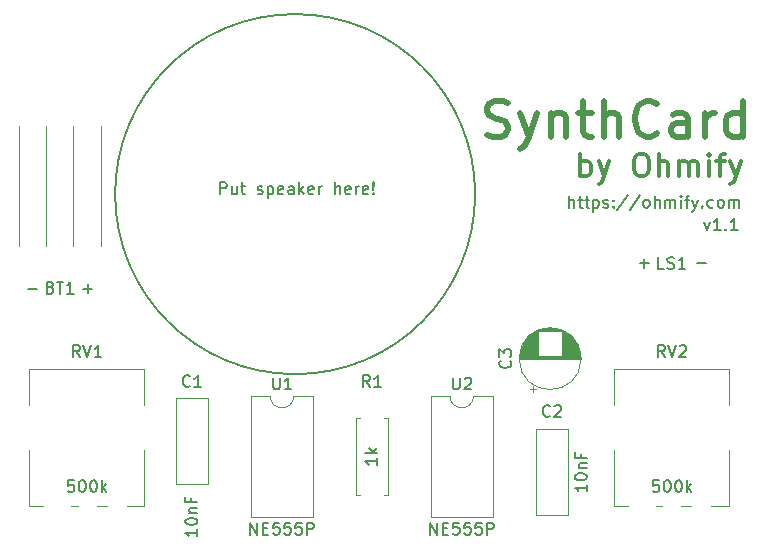
<source format=gbr>
%TF.GenerationSoftware,KiCad,Pcbnew,7.0.10+1*%
%TF.CreationDate,2024-02-10T16:40:48+08:00*%
%TF.ProjectId,ohmify-synthcard,6f686d69-6679-42d7-9379-6e7468636172,v1.1*%
%TF.SameCoordinates,Original*%
%TF.FileFunction,Legend,Top*%
%TF.FilePolarity,Positive*%
%FSLAX46Y46*%
G04 Gerber Fmt 4.6, Leading zero omitted, Abs format (unit mm)*
G04 Created by KiCad (PCBNEW 7.0.10+1) date 2024-02-10 16:40:48*
%MOMM*%
%LPD*%
G01*
G04 APERTURE LIST*
%ADD10C,0.150000*%
%ADD11C,0.304800*%
%ADD12C,0.508000*%
%ADD13C,0.120000*%
G04 APERTURE END LIST*
D10*
X163563541Y-96993152D02*
X163801636Y-97659819D01*
X163801636Y-97659819D02*
X164039731Y-96993152D01*
X164944493Y-97659819D02*
X164373065Y-97659819D01*
X164658779Y-97659819D02*
X164658779Y-96659819D01*
X164658779Y-96659819D02*
X164563541Y-96802676D01*
X164563541Y-96802676D02*
X164468303Y-96897914D01*
X164468303Y-96897914D02*
X164373065Y-96945533D01*
X165373065Y-97564580D02*
X165420684Y-97612200D01*
X165420684Y-97612200D02*
X165373065Y-97659819D01*
X165373065Y-97659819D02*
X165325446Y-97612200D01*
X165325446Y-97612200D02*
X165373065Y-97564580D01*
X165373065Y-97564580D02*
X165373065Y-97659819D01*
X166373064Y-97659819D02*
X165801636Y-97659819D01*
X166087350Y-97659819D02*
X166087350Y-96659819D01*
X166087350Y-96659819D02*
X165992112Y-96802676D01*
X165992112Y-96802676D02*
X165896874Y-96897914D01*
X165896874Y-96897914D02*
X165801636Y-96945533D01*
X144145000Y-94615000D02*
G75*
G03*
X113665000Y-94615000I-15240000J0D01*
G01*
X113665000Y-94615000D02*
G75*
G03*
X144145000Y-94615000I15240000J0D01*
G01*
X122538779Y-94611819D02*
X122538779Y-93611819D01*
X122538779Y-93611819D02*
X122919731Y-93611819D01*
X122919731Y-93611819D02*
X123014969Y-93659438D01*
X123014969Y-93659438D02*
X123062588Y-93707057D01*
X123062588Y-93707057D02*
X123110207Y-93802295D01*
X123110207Y-93802295D02*
X123110207Y-93945152D01*
X123110207Y-93945152D02*
X123062588Y-94040390D01*
X123062588Y-94040390D02*
X123014969Y-94088009D01*
X123014969Y-94088009D02*
X122919731Y-94135628D01*
X122919731Y-94135628D02*
X122538779Y-94135628D01*
X123967350Y-93945152D02*
X123967350Y-94611819D01*
X123538779Y-93945152D02*
X123538779Y-94468961D01*
X123538779Y-94468961D02*
X123586398Y-94564200D01*
X123586398Y-94564200D02*
X123681636Y-94611819D01*
X123681636Y-94611819D02*
X123824493Y-94611819D01*
X123824493Y-94611819D02*
X123919731Y-94564200D01*
X123919731Y-94564200D02*
X123967350Y-94516580D01*
X124300684Y-93945152D02*
X124681636Y-93945152D01*
X124443541Y-93611819D02*
X124443541Y-94468961D01*
X124443541Y-94468961D02*
X124491160Y-94564200D01*
X124491160Y-94564200D02*
X124586398Y-94611819D01*
X124586398Y-94611819D02*
X124681636Y-94611819D01*
X125729256Y-94564200D02*
X125824494Y-94611819D01*
X125824494Y-94611819D02*
X126014970Y-94611819D01*
X126014970Y-94611819D02*
X126110208Y-94564200D01*
X126110208Y-94564200D02*
X126157827Y-94468961D01*
X126157827Y-94468961D02*
X126157827Y-94421342D01*
X126157827Y-94421342D02*
X126110208Y-94326104D01*
X126110208Y-94326104D02*
X126014970Y-94278485D01*
X126014970Y-94278485D02*
X125872113Y-94278485D01*
X125872113Y-94278485D02*
X125776875Y-94230866D01*
X125776875Y-94230866D02*
X125729256Y-94135628D01*
X125729256Y-94135628D02*
X125729256Y-94088009D01*
X125729256Y-94088009D02*
X125776875Y-93992771D01*
X125776875Y-93992771D02*
X125872113Y-93945152D01*
X125872113Y-93945152D02*
X126014970Y-93945152D01*
X126014970Y-93945152D02*
X126110208Y-93992771D01*
X126586399Y-93945152D02*
X126586399Y-94945152D01*
X126586399Y-93992771D02*
X126681637Y-93945152D01*
X126681637Y-93945152D02*
X126872113Y-93945152D01*
X126872113Y-93945152D02*
X126967351Y-93992771D01*
X126967351Y-93992771D02*
X127014970Y-94040390D01*
X127014970Y-94040390D02*
X127062589Y-94135628D01*
X127062589Y-94135628D02*
X127062589Y-94421342D01*
X127062589Y-94421342D02*
X127014970Y-94516580D01*
X127014970Y-94516580D02*
X126967351Y-94564200D01*
X126967351Y-94564200D02*
X126872113Y-94611819D01*
X126872113Y-94611819D02*
X126681637Y-94611819D01*
X126681637Y-94611819D02*
X126586399Y-94564200D01*
X127872113Y-94564200D02*
X127776875Y-94611819D01*
X127776875Y-94611819D02*
X127586399Y-94611819D01*
X127586399Y-94611819D02*
X127491161Y-94564200D01*
X127491161Y-94564200D02*
X127443542Y-94468961D01*
X127443542Y-94468961D02*
X127443542Y-94088009D01*
X127443542Y-94088009D02*
X127491161Y-93992771D01*
X127491161Y-93992771D02*
X127586399Y-93945152D01*
X127586399Y-93945152D02*
X127776875Y-93945152D01*
X127776875Y-93945152D02*
X127872113Y-93992771D01*
X127872113Y-93992771D02*
X127919732Y-94088009D01*
X127919732Y-94088009D02*
X127919732Y-94183247D01*
X127919732Y-94183247D02*
X127443542Y-94278485D01*
X128776875Y-94611819D02*
X128776875Y-94088009D01*
X128776875Y-94088009D02*
X128729256Y-93992771D01*
X128729256Y-93992771D02*
X128634018Y-93945152D01*
X128634018Y-93945152D02*
X128443542Y-93945152D01*
X128443542Y-93945152D02*
X128348304Y-93992771D01*
X128776875Y-94564200D02*
X128681637Y-94611819D01*
X128681637Y-94611819D02*
X128443542Y-94611819D01*
X128443542Y-94611819D02*
X128348304Y-94564200D01*
X128348304Y-94564200D02*
X128300685Y-94468961D01*
X128300685Y-94468961D02*
X128300685Y-94373723D01*
X128300685Y-94373723D02*
X128348304Y-94278485D01*
X128348304Y-94278485D02*
X128443542Y-94230866D01*
X128443542Y-94230866D02*
X128681637Y-94230866D01*
X128681637Y-94230866D02*
X128776875Y-94183247D01*
X129253066Y-94611819D02*
X129253066Y-93611819D01*
X129348304Y-94230866D02*
X129634018Y-94611819D01*
X129634018Y-93945152D02*
X129253066Y-94326104D01*
X130443542Y-94564200D02*
X130348304Y-94611819D01*
X130348304Y-94611819D02*
X130157828Y-94611819D01*
X130157828Y-94611819D02*
X130062590Y-94564200D01*
X130062590Y-94564200D02*
X130014971Y-94468961D01*
X130014971Y-94468961D02*
X130014971Y-94088009D01*
X130014971Y-94088009D02*
X130062590Y-93992771D01*
X130062590Y-93992771D02*
X130157828Y-93945152D01*
X130157828Y-93945152D02*
X130348304Y-93945152D01*
X130348304Y-93945152D02*
X130443542Y-93992771D01*
X130443542Y-93992771D02*
X130491161Y-94088009D01*
X130491161Y-94088009D02*
X130491161Y-94183247D01*
X130491161Y-94183247D02*
X130014971Y-94278485D01*
X130919733Y-94611819D02*
X130919733Y-93945152D01*
X130919733Y-94135628D02*
X130967352Y-94040390D01*
X130967352Y-94040390D02*
X131014971Y-93992771D01*
X131014971Y-93992771D02*
X131110209Y-93945152D01*
X131110209Y-93945152D02*
X131205447Y-93945152D01*
X132300686Y-94611819D02*
X132300686Y-93611819D01*
X132729257Y-94611819D02*
X132729257Y-94088009D01*
X132729257Y-94088009D02*
X132681638Y-93992771D01*
X132681638Y-93992771D02*
X132586400Y-93945152D01*
X132586400Y-93945152D02*
X132443543Y-93945152D01*
X132443543Y-93945152D02*
X132348305Y-93992771D01*
X132348305Y-93992771D02*
X132300686Y-94040390D01*
X133586400Y-94564200D02*
X133491162Y-94611819D01*
X133491162Y-94611819D02*
X133300686Y-94611819D01*
X133300686Y-94611819D02*
X133205448Y-94564200D01*
X133205448Y-94564200D02*
X133157829Y-94468961D01*
X133157829Y-94468961D02*
X133157829Y-94088009D01*
X133157829Y-94088009D02*
X133205448Y-93992771D01*
X133205448Y-93992771D02*
X133300686Y-93945152D01*
X133300686Y-93945152D02*
X133491162Y-93945152D01*
X133491162Y-93945152D02*
X133586400Y-93992771D01*
X133586400Y-93992771D02*
X133634019Y-94088009D01*
X133634019Y-94088009D02*
X133634019Y-94183247D01*
X133634019Y-94183247D02*
X133157829Y-94278485D01*
X134062591Y-94611819D02*
X134062591Y-93945152D01*
X134062591Y-94135628D02*
X134110210Y-94040390D01*
X134110210Y-94040390D02*
X134157829Y-93992771D01*
X134157829Y-93992771D02*
X134253067Y-93945152D01*
X134253067Y-93945152D02*
X134348305Y-93945152D01*
X135062591Y-94564200D02*
X134967353Y-94611819D01*
X134967353Y-94611819D02*
X134776877Y-94611819D01*
X134776877Y-94611819D02*
X134681639Y-94564200D01*
X134681639Y-94564200D02*
X134634020Y-94468961D01*
X134634020Y-94468961D02*
X134634020Y-94088009D01*
X134634020Y-94088009D02*
X134681639Y-93992771D01*
X134681639Y-93992771D02*
X134776877Y-93945152D01*
X134776877Y-93945152D02*
X134967353Y-93945152D01*
X134967353Y-93945152D02*
X135062591Y-93992771D01*
X135062591Y-93992771D02*
X135110210Y-94088009D01*
X135110210Y-94088009D02*
X135110210Y-94183247D01*
X135110210Y-94183247D02*
X134634020Y-94278485D01*
X135538782Y-94516580D02*
X135586401Y-94564200D01*
X135586401Y-94564200D02*
X135538782Y-94611819D01*
X135538782Y-94611819D02*
X135491163Y-94564200D01*
X135491163Y-94564200D02*
X135538782Y-94516580D01*
X135538782Y-94516580D02*
X135538782Y-94611819D01*
X135538782Y-94230866D02*
X135491163Y-93659438D01*
X135491163Y-93659438D02*
X135538782Y-93611819D01*
X135538782Y-93611819D02*
X135586401Y-93659438D01*
X135586401Y-93659438D02*
X135538782Y-94230866D01*
X135538782Y-94230866D02*
X135538782Y-93611819D01*
X158070779Y-100453866D02*
X158832684Y-100453866D01*
X158451731Y-100834819D02*
X158451731Y-100072914D01*
X106282779Y-102612866D02*
X107044684Y-102612866D01*
D11*
X153054097Y-93096014D02*
X153054097Y-91191014D01*
X153054097Y-91916728D02*
X153235526Y-91826014D01*
X153235526Y-91826014D02*
X153598383Y-91826014D01*
X153598383Y-91826014D02*
X153779811Y-91916728D01*
X153779811Y-91916728D02*
X153870526Y-92007442D01*
X153870526Y-92007442D02*
X153961240Y-92188871D01*
X153961240Y-92188871D02*
X153961240Y-92733157D01*
X153961240Y-92733157D02*
X153870526Y-92914585D01*
X153870526Y-92914585D02*
X153779811Y-93005300D01*
X153779811Y-93005300D02*
X153598383Y-93096014D01*
X153598383Y-93096014D02*
X153235526Y-93096014D01*
X153235526Y-93096014D02*
X153054097Y-93005300D01*
X154596239Y-91826014D02*
X155049811Y-93096014D01*
X155503382Y-91826014D02*
X155049811Y-93096014D01*
X155049811Y-93096014D02*
X154868382Y-93549585D01*
X154868382Y-93549585D02*
X154777668Y-93640300D01*
X154777668Y-93640300D02*
X154596239Y-93731014D01*
X158043383Y-91191014D02*
X158406240Y-91191014D01*
X158406240Y-91191014D02*
X158587669Y-91281728D01*
X158587669Y-91281728D02*
X158769097Y-91463157D01*
X158769097Y-91463157D02*
X158859812Y-91826014D01*
X158859812Y-91826014D02*
X158859812Y-92461014D01*
X158859812Y-92461014D02*
X158769097Y-92823871D01*
X158769097Y-92823871D02*
X158587669Y-93005300D01*
X158587669Y-93005300D02*
X158406240Y-93096014D01*
X158406240Y-93096014D02*
X158043383Y-93096014D01*
X158043383Y-93096014D02*
X157861955Y-93005300D01*
X157861955Y-93005300D02*
X157680526Y-92823871D01*
X157680526Y-92823871D02*
X157589812Y-92461014D01*
X157589812Y-92461014D02*
X157589812Y-91826014D01*
X157589812Y-91826014D02*
X157680526Y-91463157D01*
X157680526Y-91463157D02*
X157861955Y-91281728D01*
X157861955Y-91281728D02*
X158043383Y-91191014D01*
X159676240Y-93096014D02*
X159676240Y-91191014D01*
X160492669Y-93096014D02*
X160492669Y-92098157D01*
X160492669Y-92098157D02*
X160401954Y-91916728D01*
X160401954Y-91916728D02*
X160220526Y-91826014D01*
X160220526Y-91826014D02*
X159948383Y-91826014D01*
X159948383Y-91826014D02*
X159766954Y-91916728D01*
X159766954Y-91916728D02*
X159676240Y-92007442D01*
X161399811Y-93096014D02*
X161399811Y-91826014D01*
X161399811Y-92007442D02*
X161490525Y-91916728D01*
X161490525Y-91916728D02*
X161671954Y-91826014D01*
X161671954Y-91826014D02*
X161944097Y-91826014D01*
X161944097Y-91826014D02*
X162125525Y-91916728D01*
X162125525Y-91916728D02*
X162216240Y-92098157D01*
X162216240Y-92098157D02*
X162216240Y-93096014D01*
X162216240Y-92098157D02*
X162306954Y-91916728D01*
X162306954Y-91916728D02*
X162488382Y-91826014D01*
X162488382Y-91826014D02*
X162760525Y-91826014D01*
X162760525Y-91826014D02*
X162941954Y-91916728D01*
X162941954Y-91916728D02*
X163032668Y-92098157D01*
X163032668Y-92098157D02*
X163032668Y-93096014D01*
X163939811Y-93096014D02*
X163939811Y-91826014D01*
X163939811Y-91191014D02*
X163849097Y-91281728D01*
X163849097Y-91281728D02*
X163939811Y-91372442D01*
X163939811Y-91372442D02*
X164030525Y-91281728D01*
X164030525Y-91281728D02*
X163939811Y-91191014D01*
X163939811Y-91191014D02*
X163939811Y-91372442D01*
X164574811Y-91826014D02*
X165300525Y-91826014D01*
X164846954Y-93096014D02*
X164846954Y-91463157D01*
X164846954Y-91463157D02*
X164937668Y-91281728D01*
X164937668Y-91281728D02*
X165119097Y-91191014D01*
X165119097Y-91191014D02*
X165300525Y-91191014D01*
X165754096Y-91826014D02*
X166207668Y-93096014D01*
X166661239Y-91826014D02*
X166207668Y-93096014D01*
X166207668Y-93096014D02*
X166026239Y-93549585D01*
X166026239Y-93549585D02*
X165935525Y-93640300D01*
X165935525Y-93640300D02*
X165754096Y-93731014D01*
D12*
X145186781Y-89625424D02*
X145622210Y-89770566D01*
X145622210Y-89770566D02*
X146347924Y-89770566D01*
X146347924Y-89770566D02*
X146638210Y-89625424D01*
X146638210Y-89625424D02*
X146783352Y-89480281D01*
X146783352Y-89480281D02*
X146928495Y-89189995D01*
X146928495Y-89189995D02*
X146928495Y-88899709D01*
X146928495Y-88899709D02*
X146783352Y-88609424D01*
X146783352Y-88609424D02*
X146638210Y-88464281D01*
X146638210Y-88464281D02*
X146347924Y-88319138D01*
X146347924Y-88319138D02*
X145767352Y-88173995D01*
X145767352Y-88173995D02*
X145477067Y-88028852D01*
X145477067Y-88028852D02*
X145331924Y-87883709D01*
X145331924Y-87883709D02*
X145186781Y-87593424D01*
X145186781Y-87593424D02*
X145186781Y-87303138D01*
X145186781Y-87303138D02*
X145331924Y-87012852D01*
X145331924Y-87012852D02*
X145477067Y-86867709D01*
X145477067Y-86867709D02*
X145767352Y-86722566D01*
X145767352Y-86722566D02*
X146493067Y-86722566D01*
X146493067Y-86722566D02*
X146928495Y-86867709D01*
X147944495Y-87738566D02*
X148670209Y-89770566D01*
X149395924Y-87738566D02*
X148670209Y-89770566D01*
X148670209Y-89770566D02*
X148379924Y-90496281D01*
X148379924Y-90496281D02*
X148234781Y-90641424D01*
X148234781Y-90641424D02*
X147944495Y-90786566D01*
X150557067Y-87738566D02*
X150557067Y-89770566D01*
X150557067Y-88028852D02*
X150702210Y-87883709D01*
X150702210Y-87883709D02*
X150992495Y-87738566D01*
X150992495Y-87738566D02*
X151427924Y-87738566D01*
X151427924Y-87738566D02*
X151718210Y-87883709D01*
X151718210Y-87883709D02*
X151863353Y-88173995D01*
X151863353Y-88173995D02*
X151863353Y-89770566D01*
X152879352Y-87738566D02*
X154040495Y-87738566D01*
X153314781Y-86722566D02*
X153314781Y-89335138D01*
X153314781Y-89335138D02*
X153459924Y-89625424D01*
X153459924Y-89625424D02*
X153750209Y-89770566D01*
X153750209Y-89770566D02*
X154040495Y-89770566D01*
X155056495Y-89770566D02*
X155056495Y-86722566D01*
X156362781Y-89770566D02*
X156362781Y-88173995D01*
X156362781Y-88173995D02*
X156217638Y-87883709D01*
X156217638Y-87883709D02*
X155927352Y-87738566D01*
X155927352Y-87738566D02*
X155491923Y-87738566D01*
X155491923Y-87738566D02*
X155201638Y-87883709D01*
X155201638Y-87883709D02*
X155056495Y-88028852D01*
X159555923Y-89480281D02*
X159410780Y-89625424D01*
X159410780Y-89625424D02*
X158975352Y-89770566D01*
X158975352Y-89770566D02*
X158685066Y-89770566D01*
X158685066Y-89770566D02*
X158249637Y-89625424D01*
X158249637Y-89625424D02*
X157959352Y-89335138D01*
X157959352Y-89335138D02*
X157814209Y-89044852D01*
X157814209Y-89044852D02*
X157669066Y-88464281D01*
X157669066Y-88464281D02*
X157669066Y-88028852D01*
X157669066Y-88028852D02*
X157814209Y-87448281D01*
X157814209Y-87448281D02*
X157959352Y-87157995D01*
X157959352Y-87157995D02*
X158249637Y-86867709D01*
X158249637Y-86867709D02*
X158685066Y-86722566D01*
X158685066Y-86722566D02*
X158975352Y-86722566D01*
X158975352Y-86722566D02*
X159410780Y-86867709D01*
X159410780Y-86867709D02*
X159555923Y-87012852D01*
X162168495Y-89770566D02*
X162168495Y-88173995D01*
X162168495Y-88173995D02*
X162023352Y-87883709D01*
X162023352Y-87883709D02*
X161733066Y-87738566D01*
X161733066Y-87738566D02*
X161152495Y-87738566D01*
X161152495Y-87738566D02*
X160862209Y-87883709D01*
X162168495Y-89625424D02*
X161878209Y-89770566D01*
X161878209Y-89770566D02*
X161152495Y-89770566D01*
X161152495Y-89770566D02*
X160862209Y-89625424D01*
X160862209Y-89625424D02*
X160717066Y-89335138D01*
X160717066Y-89335138D02*
X160717066Y-89044852D01*
X160717066Y-89044852D02*
X160862209Y-88754566D01*
X160862209Y-88754566D02*
X161152495Y-88609424D01*
X161152495Y-88609424D02*
X161878209Y-88609424D01*
X161878209Y-88609424D02*
X162168495Y-88464281D01*
X163619923Y-89770566D02*
X163619923Y-87738566D01*
X163619923Y-88319138D02*
X163765066Y-88028852D01*
X163765066Y-88028852D02*
X163910209Y-87883709D01*
X163910209Y-87883709D02*
X164200494Y-87738566D01*
X164200494Y-87738566D02*
X164490780Y-87738566D01*
X166813066Y-89770566D02*
X166813066Y-86722566D01*
X166813066Y-89625424D02*
X166522780Y-89770566D01*
X166522780Y-89770566D02*
X165942208Y-89770566D01*
X165942208Y-89770566D02*
X165651923Y-89625424D01*
X165651923Y-89625424D02*
X165506780Y-89480281D01*
X165506780Y-89480281D02*
X165361637Y-89189995D01*
X165361637Y-89189995D02*
X165361637Y-88319138D01*
X165361637Y-88319138D02*
X165506780Y-88028852D01*
X165506780Y-88028852D02*
X165651923Y-87883709D01*
X165651923Y-87883709D02*
X165942208Y-87738566D01*
X165942208Y-87738566D02*
X166522780Y-87738566D01*
X166522780Y-87738566D02*
X166813066Y-87883709D01*
D10*
X162896779Y-100453866D02*
X163658684Y-100453866D01*
X110981779Y-102612866D02*
X111743684Y-102612866D01*
X111362731Y-102993819D02*
X111362731Y-102231914D01*
X152101779Y-95754819D02*
X152101779Y-94754819D01*
X152530350Y-95754819D02*
X152530350Y-95231009D01*
X152530350Y-95231009D02*
X152482731Y-95135771D01*
X152482731Y-95135771D02*
X152387493Y-95088152D01*
X152387493Y-95088152D02*
X152244636Y-95088152D01*
X152244636Y-95088152D02*
X152149398Y-95135771D01*
X152149398Y-95135771D02*
X152101779Y-95183390D01*
X152863684Y-95088152D02*
X153244636Y-95088152D01*
X153006541Y-94754819D02*
X153006541Y-95611961D01*
X153006541Y-95611961D02*
X153054160Y-95707200D01*
X153054160Y-95707200D02*
X153149398Y-95754819D01*
X153149398Y-95754819D02*
X153244636Y-95754819D01*
X153435113Y-95088152D02*
X153816065Y-95088152D01*
X153577970Y-94754819D02*
X153577970Y-95611961D01*
X153577970Y-95611961D02*
X153625589Y-95707200D01*
X153625589Y-95707200D02*
X153720827Y-95754819D01*
X153720827Y-95754819D02*
X153816065Y-95754819D01*
X154149399Y-95088152D02*
X154149399Y-96088152D01*
X154149399Y-95135771D02*
X154244637Y-95088152D01*
X154244637Y-95088152D02*
X154435113Y-95088152D01*
X154435113Y-95088152D02*
X154530351Y-95135771D01*
X154530351Y-95135771D02*
X154577970Y-95183390D01*
X154577970Y-95183390D02*
X154625589Y-95278628D01*
X154625589Y-95278628D02*
X154625589Y-95564342D01*
X154625589Y-95564342D02*
X154577970Y-95659580D01*
X154577970Y-95659580D02*
X154530351Y-95707200D01*
X154530351Y-95707200D02*
X154435113Y-95754819D01*
X154435113Y-95754819D02*
X154244637Y-95754819D01*
X154244637Y-95754819D02*
X154149399Y-95707200D01*
X155006542Y-95707200D02*
X155101780Y-95754819D01*
X155101780Y-95754819D02*
X155292256Y-95754819D01*
X155292256Y-95754819D02*
X155387494Y-95707200D01*
X155387494Y-95707200D02*
X155435113Y-95611961D01*
X155435113Y-95611961D02*
X155435113Y-95564342D01*
X155435113Y-95564342D02*
X155387494Y-95469104D01*
X155387494Y-95469104D02*
X155292256Y-95421485D01*
X155292256Y-95421485D02*
X155149399Y-95421485D01*
X155149399Y-95421485D02*
X155054161Y-95373866D01*
X155054161Y-95373866D02*
X155006542Y-95278628D01*
X155006542Y-95278628D02*
X155006542Y-95231009D01*
X155006542Y-95231009D02*
X155054161Y-95135771D01*
X155054161Y-95135771D02*
X155149399Y-95088152D01*
X155149399Y-95088152D02*
X155292256Y-95088152D01*
X155292256Y-95088152D02*
X155387494Y-95135771D01*
X155863685Y-95659580D02*
X155911304Y-95707200D01*
X155911304Y-95707200D02*
X155863685Y-95754819D01*
X155863685Y-95754819D02*
X155816066Y-95707200D01*
X155816066Y-95707200D02*
X155863685Y-95659580D01*
X155863685Y-95659580D02*
X155863685Y-95754819D01*
X155863685Y-95135771D02*
X155911304Y-95183390D01*
X155911304Y-95183390D02*
X155863685Y-95231009D01*
X155863685Y-95231009D02*
X155816066Y-95183390D01*
X155816066Y-95183390D02*
X155863685Y-95135771D01*
X155863685Y-95135771D02*
X155863685Y-95231009D01*
X157054160Y-94707200D02*
X156197018Y-95992914D01*
X158101779Y-94707200D02*
X157244637Y-95992914D01*
X158577970Y-95754819D02*
X158482732Y-95707200D01*
X158482732Y-95707200D02*
X158435113Y-95659580D01*
X158435113Y-95659580D02*
X158387494Y-95564342D01*
X158387494Y-95564342D02*
X158387494Y-95278628D01*
X158387494Y-95278628D02*
X158435113Y-95183390D01*
X158435113Y-95183390D02*
X158482732Y-95135771D01*
X158482732Y-95135771D02*
X158577970Y-95088152D01*
X158577970Y-95088152D02*
X158720827Y-95088152D01*
X158720827Y-95088152D02*
X158816065Y-95135771D01*
X158816065Y-95135771D02*
X158863684Y-95183390D01*
X158863684Y-95183390D02*
X158911303Y-95278628D01*
X158911303Y-95278628D02*
X158911303Y-95564342D01*
X158911303Y-95564342D02*
X158863684Y-95659580D01*
X158863684Y-95659580D02*
X158816065Y-95707200D01*
X158816065Y-95707200D02*
X158720827Y-95754819D01*
X158720827Y-95754819D02*
X158577970Y-95754819D01*
X159339875Y-95754819D02*
X159339875Y-94754819D01*
X159768446Y-95754819D02*
X159768446Y-95231009D01*
X159768446Y-95231009D02*
X159720827Y-95135771D01*
X159720827Y-95135771D02*
X159625589Y-95088152D01*
X159625589Y-95088152D02*
X159482732Y-95088152D01*
X159482732Y-95088152D02*
X159387494Y-95135771D01*
X159387494Y-95135771D02*
X159339875Y-95183390D01*
X160244637Y-95754819D02*
X160244637Y-95088152D01*
X160244637Y-95183390D02*
X160292256Y-95135771D01*
X160292256Y-95135771D02*
X160387494Y-95088152D01*
X160387494Y-95088152D02*
X160530351Y-95088152D01*
X160530351Y-95088152D02*
X160625589Y-95135771D01*
X160625589Y-95135771D02*
X160673208Y-95231009D01*
X160673208Y-95231009D02*
X160673208Y-95754819D01*
X160673208Y-95231009D02*
X160720827Y-95135771D01*
X160720827Y-95135771D02*
X160816065Y-95088152D01*
X160816065Y-95088152D02*
X160958922Y-95088152D01*
X160958922Y-95088152D02*
X161054161Y-95135771D01*
X161054161Y-95135771D02*
X161101780Y-95231009D01*
X161101780Y-95231009D02*
X161101780Y-95754819D01*
X161577970Y-95754819D02*
X161577970Y-95088152D01*
X161577970Y-94754819D02*
X161530351Y-94802438D01*
X161530351Y-94802438D02*
X161577970Y-94850057D01*
X161577970Y-94850057D02*
X161625589Y-94802438D01*
X161625589Y-94802438D02*
X161577970Y-94754819D01*
X161577970Y-94754819D02*
X161577970Y-94850057D01*
X161911303Y-95088152D02*
X162292255Y-95088152D01*
X162054160Y-95754819D02*
X162054160Y-94897676D01*
X162054160Y-94897676D02*
X162101779Y-94802438D01*
X162101779Y-94802438D02*
X162197017Y-94754819D01*
X162197017Y-94754819D02*
X162292255Y-94754819D01*
X162530351Y-95088152D02*
X162768446Y-95754819D01*
X163006541Y-95088152D02*
X162768446Y-95754819D01*
X162768446Y-95754819D02*
X162673208Y-95992914D01*
X162673208Y-95992914D02*
X162625589Y-96040533D01*
X162625589Y-96040533D02*
X162530351Y-96088152D01*
X163387494Y-95659580D02*
X163435113Y-95707200D01*
X163435113Y-95707200D02*
X163387494Y-95754819D01*
X163387494Y-95754819D02*
X163339875Y-95707200D01*
X163339875Y-95707200D02*
X163387494Y-95659580D01*
X163387494Y-95659580D02*
X163387494Y-95754819D01*
X164292255Y-95707200D02*
X164197017Y-95754819D01*
X164197017Y-95754819D02*
X164006541Y-95754819D01*
X164006541Y-95754819D02*
X163911303Y-95707200D01*
X163911303Y-95707200D02*
X163863684Y-95659580D01*
X163863684Y-95659580D02*
X163816065Y-95564342D01*
X163816065Y-95564342D02*
X163816065Y-95278628D01*
X163816065Y-95278628D02*
X163863684Y-95183390D01*
X163863684Y-95183390D02*
X163911303Y-95135771D01*
X163911303Y-95135771D02*
X164006541Y-95088152D01*
X164006541Y-95088152D02*
X164197017Y-95088152D01*
X164197017Y-95088152D02*
X164292255Y-95135771D01*
X164863684Y-95754819D02*
X164768446Y-95707200D01*
X164768446Y-95707200D02*
X164720827Y-95659580D01*
X164720827Y-95659580D02*
X164673208Y-95564342D01*
X164673208Y-95564342D02*
X164673208Y-95278628D01*
X164673208Y-95278628D02*
X164720827Y-95183390D01*
X164720827Y-95183390D02*
X164768446Y-95135771D01*
X164768446Y-95135771D02*
X164863684Y-95088152D01*
X164863684Y-95088152D02*
X165006541Y-95088152D01*
X165006541Y-95088152D02*
X165101779Y-95135771D01*
X165101779Y-95135771D02*
X165149398Y-95183390D01*
X165149398Y-95183390D02*
X165197017Y-95278628D01*
X165197017Y-95278628D02*
X165197017Y-95564342D01*
X165197017Y-95564342D02*
X165149398Y-95659580D01*
X165149398Y-95659580D02*
X165101779Y-95707200D01*
X165101779Y-95707200D02*
X165006541Y-95754819D01*
X165006541Y-95754819D02*
X164863684Y-95754819D01*
X165625589Y-95754819D02*
X165625589Y-95088152D01*
X165625589Y-95183390D02*
X165673208Y-95135771D01*
X165673208Y-95135771D02*
X165768446Y-95088152D01*
X165768446Y-95088152D02*
X165911303Y-95088152D01*
X165911303Y-95088152D02*
X166006541Y-95135771D01*
X166006541Y-95135771D02*
X166054160Y-95231009D01*
X166054160Y-95231009D02*
X166054160Y-95754819D01*
X166054160Y-95231009D02*
X166101779Y-95135771D01*
X166101779Y-95135771D02*
X166197017Y-95088152D01*
X166197017Y-95088152D02*
X166339874Y-95088152D01*
X166339874Y-95088152D02*
X166435113Y-95135771D01*
X166435113Y-95135771D02*
X166482732Y-95231009D01*
X166482732Y-95231009D02*
X166482732Y-95754819D01*
X135233333Y-110944819D02*
X134900000Y-110468628D01*
X134661905Y-110944819D02*
X134661905Y-109944819D01*
X134661905Y-109944819D02*
X135042857Y-109944819D01*
X135042857Y-109944819D02*
X135138095Y-109992438D01*
X135138095Y-109992438D02*
X135185714Y-110040057D01*
X135185714Y-110040057D02*
X135233333Y-110135295D01*
X135233333Y-110135295D02*
X135233333Y-110278152D01*
X135233333Y-110278152D02*
X135185714Y-110373390D01*
X135185714Y-110373390D02*
X135138095Y-110421009D01*
X135138095Y-110421009D02*
X135042857Y-110468628D01*
X135042857Y-110468628D02*
X134661905Y-110468628D01*
X136185714Y-110944819D02*
X135614286Y-110944819D01*
X135900000Y-110944819D02*
X135900000Y-109944819D01*
X135900000Y-109944819D02*
X135804762Y-110087676D01*
X135804762Y-110087676D02*
X135709524Y-110182914D01*
X135709524Y-110182914D02*
X135614286Y-110230533D01*
X135854819Y-116959047D02*
X135854819Y-117530475D01*
X135854819Y-117244761D02*
X134854819Y-117244761D01*
X134854819Y-117244761D02*
X134997676Y-117339999D01*
X134997676Y-117339999D02*
X135092914Y-117435237D01*
X135092914Y-117435237D02*
X135140533Y-117530475D01*
X135854819Y-116530475D02*
X134854819Y-116530475D01*
X135473866Y-116435237D02*
X135854819Y-116149523D01*
X135188152Y-116149523D02*
X135569104Y-116530475D01*
X150473333Y-113389580D02*
X150425714Y-113437200D01*
X150425714Y-113437200D02*
X150282857Y-113484819D01*
X150282857Y-113484819D02*
X150187619Y-113484819D01*
X150187619Y-113484819D02*
X150044762Y-113437200D01*
X150044762Y-113437200D02*
X149949524Y-113341961D01*
X149949524Y-113341961D02*
X149901905Y-113246723D01*
X149901905Y-113246723D02*
X149854286Y-113056247D01*
X149854286Y-113056247D02*
X149854286Y-112913390D01*
X149854286Y-112913390D02*
X149901905Y-112722914D01*
X149901905Y-112722914D02*
X149949524Y-112627676D01*
X149949524Y-112627676D02*
X150044762Y-112532438D01*
X150044762Y-112532438D02*
X150187619Y-112484819D01*
X150187619Y-112484819D02*
X150282857Y-112484819D01*
X150282857Y-112484819D02*
X150425714Y-112532438D01*
X150425714Y-112532438D02*
X150473333Y-112580057D01*
X150854286Y-112580057D02*
X150901905Y-112532438D01*
X150901905Y-112532438D02*
X150997143Y-112484819D01*
X150997143Y-112484819D02*
X151235238Y-112484819D01*
X151235238Y-112484819D02*
X151330476Y-112532438D01*
X151330476Y-112532438D02*
X151378095Y-112580057D01*
X151378095Y-112580057D02*
X151425714Y-112675295D01*
X151425714Y-112675295D02*
X151425714Y-112770533D01*
X151425714Y-112770533D02*
X151378095Y-112913390D01*
X151378095Y-112913390D02*
X150806667Y-113484819D01*
X150806667Y-113484819D02*
X151425714Y-113484819D01*
X153594819Y-119221428D02*
X153594819Y-119792856D01*
X153594819Y-119507142D02*
X152594819Y-119507142D01*
X152594819Y-119507142D02*
X152737676Y-119602380D01*
X152737676Y-119602380D02*
X152832914Y-119697618D01*
X152832914Y-119697618D02*
X152880533Y-119792856D01*
X152594819Y-118602380D02*
X152594819Y-118507142D01*
X152594819Y-118507142D02*
X152642438Y-118411904D01*
X152642438Y-118411904D02*
X152690057Y-118364285D01*
X152690057Y-118364285D02*
X152785295Y-118316666D01*
X152785295Y-118316666D02*
X152975771Y-118269047D01*
X152975771Y-118269047D02*
X153213866Y-118269047D01*
X153213866Y-118269047D02*
X153404342Y-118316666D01*
X153404342Y-118316666D02*
X153499580Y-118364285D01*
X153499580Y-118364285D02*
X153547200Y-118411904D01*
X153547200Y-118411904D02*
X153594819Y-118507142D01*
X153594819Y-118507142D02*
X153594819Y-118602380D01*
X153594819Y-118602380D02*
X153547200Y-118697618D01*
X153547200Y-118697618D02*
X153499580Y-118745237D01*
X153499580Y-118745237D02*
X153404342Y-118792856D01*
X153404342Y-118792856D02*
X153213866Y-118840475D01*
X153213866Y-118840475D02*
X152975771Y-118840475D01*
X152975771Y-118840475D02*
X152785295Y-118792856D01*
X152785295Y-118792856D02*
X152690057Y-118745237D01*
X152690057Y-118745237D02*
X152642438Y-118697618D01*
X152642438Y-118697618D02*
X152594819Y-118602380D01*
X152928152Y-117840475D02*
X153594819Y-117840475D01*
X153023390Y-117840475D02*
X152975771Y-117792856D01*
X152975771Y-117792856D02*
X152928152Y-117697618D01*
X152928152Y-117697618D02*
X152928152Y-117554761D01*
X152928152Y-117554761D02*
X152975771Y-117459523D01*
X152975771Y-117459523D02*
X153071009Y-117411904D01*
X153071009Y-117411904D02*
X153594819Y-117411904D01*
X153071009Y-116602380D02*
X153071009Y-116935713D01*
X153594819Y-116935713D02*
X152594819Y-116935713D01*
X152594819Y-116935713D02*
X152594819Y-116459523D01*
X147104580Y-108706779D02*
X147152200Y-108754398D01*
X147152200Y-108754398D02*
X147199819Y-108897255D01*
X147199819Y-108897255D02*
X147199819Y-108992493D01*
X147199819Y-108992493D02*
X147152200Y-109135350D01*
X147152200Y-109135350D02*
X147056961Y-109230588D01*
X147056961Y-109230588D02*
X146961723Y-109278207D01*
X146961723Y-109278207D02*
X146771247Y-109325826D01*
X146771247Y-109325826D02*
X146628390Y-109325826D01*
X146628390Y-109325826D02*
X146437914Y-109278207D01*
X146437914Y-109278207D02*
X146342676Y-109230588D01*
X146342676Y-109230588D02*
X146247438Y-109135350D01*
X146247438Y-109135350D02*
X146199819Y-108992493D01*
X146199819Y-108992493D02*
X146199819Y-108897255D01*
X146199819Y-108897255D02*
X146247438Y-108754398D01*
X146247438Y-108754398D02*
X146295057Y-108706779D01*
X146199819Y-108373445D02*
X146199819Y-107754398D01*
X146199819Y-107754398D02*
X146580771Y-108087731D01*
X146580771Y-108087731D02*
X146580771Y-107944874D01*
X146580771Y-107944874D02*
X146628390Y-107849636D01*
X146628390Y-107849636D02*
X146676009Y-107802017D01*
X146676009Y-107802017D02*
X146771247Y-107754398D01*
X146771247Y-107754398D02*
X147009342Y-107754398D01*
X147009342Y-107754398D02*
X147104580Y-107802017D01*
X147104580Y-107802017D02*
X147152200Y-107849636D01*
X147152200Y-107849636D02*
X147199819Y-107944874D01*
X147199819Y-107944874D02*
X147199819Y-108230588D01*
X147199819Y-108230588D02*
X147152200Y-108325826D01*
X147152200Y-108325826D02*
X147104580Y-108373445D01*
X119993333Y-110849580D02*
X119945714Y-110897200D01*
X119945714Y-110897200D02*
X119802857Y-110944819D01*
X119802857Y-110944819D02*
X119707619Y-110944819D01*
X119707619Y-110944819D02*
X119564762Y-110897200D01*
X119564762Y-110897200D02*
X119469524Y-110801961D01*
X119469524Y-110801961D02*
X119421905Y-110706723D01*
X119421905Y-110706723D02*
X119374286Y-110516247D01*
X119374286Y-110516247D02*
X119374286Y-110373390D01*
X119374286Y-110373390D02*
X119421905Y-110182914D01*
X119421905Y-110182914D02*
X119469524Y-110087676D01*
X119469524Y-110087676D02*
X119564762Y-109992438D01*
X119564762Y-109992438D02*
X119707619Y-109944819D01*
X119707619Y-109944819D02*
X119802857Y-109944819D01*
X119802857Y-109944819D02*
X119945714Y-109992438D01*
X119945714Y-109992438D02*
X119993333Y-110040057D01*
X120945714Y-110944819D02*
X120374286Y-110944819D01*
X120660000Y-110944819D02*
X120660000Y-109944819D01*
X120660000Y-109944819D02*
X120564762Y-110087676D01*
X120564762Y-110087676D02*
X120469524Y-110182914D01*
X120469524Y-110182914D02*
X120374286Y-110230533D01*
X120614819Y-122991428D02*
X120614819Y-123562856D01*
X120614819Y-123277142D02*
X119614819Y-123277142D01*
X119614819Y-123277142D02*
X119757676Y-123372380D01*
X119757676Y-123372380D02*
X119852914Y-123467618D01*
X119852914Y-123467618D02*
X119900533Y-123562856D01*
X119614819Y-122372380D02*
X119614819Y-122277142D01*
X119614819Y-122277142D02*
X119662438Y-122181904D01*
X119662438Y-122181904D02*
X119710057Y-122134285D01*
X119710057Y-122134285D02*
X119805295Y-122086666D01*
X119805295Y-122086666D02*
X119995771Y-122039047D01*
X119995771Y-122039047D02*
X120233866Y-122039047D01*
X120233866Y-122039047D02*
X120424342Y-122086666D01*
X120424342Y-122086666D02*
X120519580Y-122134285D01*
X120519580Y-122134285D02*
X120567200Y-122181904D01*
X120567200Y-122181904D02*
X120614819Y-122277142D01*
X120614819Y-122277142D02*
X120614819Y-122372380D01*
X120614819Y-122372380D02*
X120567200Y-122467618D01*
X120567200Y-122467618D02*
X120519580Y-122515237D01*
X120519580Y-122515237D02*
X120424342Y-122562856D01*
X120424342Y-122562856D02*
X120233866Y-122610475D01*
X120233866Y-122610475D02*
X119995771Y-122610475D01*
X119995771Y-122610475D02*
X119805295Y-122562856D01*
X119805295Y-122562856D02*
X119710057Y-122515237D01*
X119710057Y-122515237D02*
X119662438Y-122467618D01*
X119662438Y-122467618D02*
X119614819Y-122372380D01*
X119948152Y-121610475D02*
X120614819Y-121610475D01*
X120043390Y-121610475D02*
X119995771Y-121562856D01*
X119995771Y-121562856D02*
X119948152Y-121467618D01*
X119948152Y-121467618D02*
X119948152Y-121324761D01*
X119948152Y-121324761D02*
X119995771Y-121229523D01*
X119995771Y-121229523D02*
X120091009Y-121181904D01*
X120091009Y-121181904D02*
X120614819Y-121181904D01*
X120091009Y-120372380D02*
X120091009Y-120705713D01*
X120614819Y-120705713D02*
X119614819Y-120705713D01*
X119614819Y-120705713D02*
X119614819Y-120229523D01*
X110684761Y-108404819D02*
X110351428Y-107928628D01*
X110113333Y-108404819D02*
X110113333Y-107404819D01*
X110113333Y-107404819D02*
X110494285Y-107404819D01*
X110494285Y-107404819D02*
X110589523Y-107452438D01*
X110589523Y-107452438D02*
X110637142Y-107500057D01*
X110637142Y-107500057D02*
X110684761Y-107595295D01*
X110684761Y-107595295D02*
X110684761Y-107738152D01*
X110684761Y-107738152D02*
X110637142Y-107833390D01*
X110637142Y-107833390D02*
X110589523Y-107881009D01*
X110589523Y-107881009D02*
X110494285Y-107928628D01*
X110494285Y-107928628D02*
X110113333Y-107928628D01*
X110970476Y-107404819D02*
X111303809Y-108404819D01*
X111303809Y-108404819D02*
X111637142Y-107404819D01*
X112494285Y-108404819D02*
X111922857Y-108404819D01*
X112208571Y-108404819D02*
X112208571Y-107404819D01*
X112208571Y-107404819D02*
X112113333Y-107547676D01*
X112113333Y-107547676D02*
X112018095Y-107642914D01*
X112018095Y-107642914D02*
X111922857Y-107690533D01*
X110160952Y-118834819D02*
X109684762Y-118834819D01*
X109684762Y-118834819D02*
X109637143Y-119311009D01*
X109637143Y-119311009D02*
X109684762Y-119263390D01*
X109684762Y-119263390D02*
X109780000Y-119215771D01*
X109780000Y-119215771D02*
X110018095Y-119215771D01*
X110018095Y-119215771D02*
X110113333Y-119263390D01*
X110113333Y-119263390D02*
X110160952Y-119311009D01*
X110160952Y-119311009D02*
X110208571Y-119406247D01*
X110208571Y-119406247D02*
X110208571Y-119644342D01*
X110208571Y-119644342D02*
X110160952Y-119739580D01*
X110160952Y-119739580D02*
X110113333Y-119787200D01*
X110113333Y-119787200D02*
X110018095Y-119834819D01*
X110018095Y-119834819D02*
X109780000Y-119834819D01*
X109780000Y-119834819D02*
X109684762Y-119787200D01*
X109684762Y-119787200D02*
X109637143Y-119739580D01*
X110827619Y-118834819D02*
X110922857Y-118834819D01*
X110922857Y-118834819D02*
X111018095Y-118882438D01*
X111018095Y-118882438D02*
X111065714Y-118930057D01*
X111065714Y-118930057D02*
X111113333Y-119025295D01*
X111113333Y-119025295D02*
X111160952Y-119215771D01*
X111160952Y-119215771D02*
X111160952Y-119453866D01*
X111160952Y-119453866D02*
X111113333Y-119644342D01*
X111113333Y-119644342D02*
X111065714Y-119739580D01*
X111065714Y-119739580D02*
X111018095Y-119787200D01*
X111018095Y-119787200D02*
X110922857Y-119834819D01*
X110922857Y-119834819D02*
X110827619Y-119834819D01*
X110827619Y-119834819D02*
X110732381Y-119787200D01*
X110732381Y-119787200D02*
X110684762Y-119739580D01*
X110684762Y-119739580D02*
X110637143Y-119644342D01*
X110637143Y-119644342D02*
X110589524Y-119453866D01*
X110589524Y-119453866D02*
X110589524Y-119215771D01*
X110589524Y-119215771D02*
X110637143Y-119025295D01*
X110637143Y-119025295D02*
X110684762Y-118930057D01*
X110684762Y-118930057D02*
X110732381Y-118882438D01*
X110732381Y-118882438D02*
X110827619Y-118834819D01*
X111780000Y-118834819D02*
X111875238Y-118834819D01*
X111875238Y-118834819D02*
X111970476Y-118882438D01*
X111970476Y-118882438D02*
X112018095Y-118930057D01*
X112018095Y-118930057D02*
X112065714Y-119025295D01*
X112065714Y-119025295D02*
X112113333Y-119215771D01*
X112113333Y-119215771D02*
X112113333Y-119453866D01*
X112113333Y-119453866D02*
X112065714Y-119644342D01*
X112065714Y-119644342D02*
X112018095Y-119739580D01*
X112018095Y-119739580D02*
X111970476Y-119787200D01*
X111970476Y-119787200D02*
X111875238Y-119834819D01*
X111875238Y-119834819D02*
X111780000Y-119834819D01*
X111780000Y-119834819D02*
X111684762Y-119787200D01*
X111684762Y-119787200D02*
X111637143Y-119739580D01*
X111637143Y-119739580D02*
X111589524Y-119644342D01*
X111589524Y-119644342D02*
X111541905Y-119453866D01*
X111541905Y-119453866D02*
X111541905Y-119215771D01*
X111541905Y-119215771D02*
X111589524Y-119025295D01*
X111589524Y-119025295D02*
X111637143Y-118930057D01*
X111637143Y-118930057D02*
X111684762Y-118882438D01*
X111684762Y-118882438D02*
X111780000Y-118834819D01*
X112541905Y-119834819D02*
X112541905Y-118834819D01*
X112637143Y-119453866D02*
X112922857Y-119834819D01*
X112922857Y-119168152D02*
X112541905Y-119549104D01*
X127028095Y-110154819D02*
X127028095Y-110964342D01*
X127028095Y-110964342D02*
X127075714Y-111059580D01*
X127075714Y-111059580D02*
X127123333Y-111107200D01*
X127123333Y-111107200D02*
X127218571Y-111154819D01*
X127218571Y-111154819D02*
X127409047Y-111154819D01*
X127409047Y-111154819D02*
X127504285Y-111107200D01*
X127504285Y-111107200D02*
X127551904Y-111059580D01*
X127551904Y-111059580D02*
X127599523Y-110964342D01*
X127599523Y-110964342D02*
X127599523Y-110154819D01*
X128599523Y-111154819D02*
X128028095Y-111154819D01*
X128313809Y-111154819D02*
X128313809Y-110154819D01*
X128313809Y-110154819D02*
X128218571Y-110297676D01*
X128218571Y-110297676D02*
X128123333Y-110392914D01*
X128123333Y-110392914D02*
X128028095Y-110440533D01*
X125123333Y-123434819D02*
X125123333Y-122434819D01*
X125123333Y-122434819D02*
X125694761Y-123434819D01*
X125694761Y-123434819D02*
X125694761Y-122434819D01*
X126170952Y-122911009D02*
X126504285Y-122911009D01*
X126647142Y-123434819D02*
X126170952Y-123434819D01*
X126170952Y-123434819D02*
X126170952Y-122434819D01*
X126170952Y-122434819D02*
X126647142Y-122434819D01*
X127551904Y-122434819D02*
X127075714Y-122434819D01*
X127075714Y-122434819D02*
X127028095Y-122911009D01*
X127028095Y-122911009D02*
X127075714Y-122863390D01*
X127075714Y-122863390D02*
X127170952Y-122815771D01*
X127170952Y-122815771D02*
X127409047Y-122815771D01*
X127409047Y-122815771D02*
X127504285Y-122863390D01*
X127504285Y-122863390D02*
X127551904Y-122911009D01*
X127551904Y-122911009D02*
X127599523Y-123006247D01*
X127599523Y-123006247D02*
X127599523Y-123244342D01*
X127599523Y-123244342D02*
X127551904Y-123339580D01*
X127551904Y-123339580D02*
X127504285Y-123387200D01*
X127504285Y-123387200D02*
X127409047Y-123434819D01*
X127409047Y-123434819D02*
X127170952Y-123434819D01*
X127170952Y-123434819D02*
X127075714Y-123387200D01*
X127075714Y-123387200D02*
X127028095Y-123339580D01*
X128504285Y-122434819D02*
X128028095Y-122434819D01*
X128028095Y-122434819D02*
X127980476Y-122911009D01*
X127980476Y-122911009D02*
X128028095Y-122863390D01*
X128028095Y-122863390D02*
X128123333Y-122815771D01*
X128123333Y-122815771D02*
X128361428Y-122815771D01*
X128361428Y-122815771D02*
X128456666Y-122863390D01*
X128456666Y-122863390D02*
X128504285Y-122911009D01*
X128504285Y-122911009D02*
X128551904Y-123006247D01*
X128551904Y-123006247D02*
X128551904Y-123244342D01*
X128551904Y-123244342D02*
X128504285Y-123339580D01*
X128504285Y-123339580D02*
X128456666Y-123387200D01*
X128456666Y-123387200D02*
X128361428Y-123434819D01*
X128361428Y-123434819D02*
X128123333Y-123434819D01*
X128123333Y-123434819D02*
X128028095Y-123387200D01*
X128028095Y-123387200D02*
X127980476Y-123339580D01*
X129456666Y-122434819D02*
X128980476Y-122434819D01*
X128980476Y-122434819D02*
X128932857Y-122911009D01*
X128932857Y-122911009D02*
X128980476Y-122863390D01*
X128980476Y-122863390D02*
X129075714Y-122815771D01*
X129075714Y-122815771D02*
X129313809Y-122815771D01*
X129313809Y-122815771D02*
X129409047Y-122863390D01*
X129409047Y-122863390D02*
X129456666Y-122911009D01*
X129456666Y-122911009D02*
X129504285Y-123006247D01*
X129504285Y-123006247D02*
X129504285Y-123244342D01*
X129504285Y-123244342D02*
X129456666Y-123339580D01*
X129456666Y-123339580D02*
X129409047Y-123387200D01*
X129409047Y-123387200D02*
X129313809Y-123434819D01*
X129313809Y-123434819D02*
X129075714Y-123434819D01*
X129075714Y-123434819D02*
X128980476Y-123387200D01*
X128980476Y-123387200D02*
X128932857Y-123339580D01*
X129932857Y-123434819D02*
X129932857Y-122434819D01*
X129932857Y-122434819D02*
X130313809Y-122434819D01*
X130313809Y-122434819D02*
X130409047Y-122482438D01*
X130409047Y-122482438D02*
X130456666Y-122530057D01*
X130456666Y-122530057D02*
X130504285Y-122625295D01*
X130504285Y-122625295D02*
X130504285Y-122768152D01*
X130504285Y-122768152D02*
X130456666Y-122863390D01*
X130456666Y-122863390D02*
X130409047Y-122911009D01*
X130409047Y-122911009D02*
X130313809Y-122958628D01*
X130313809Y-122958628D02*
X129932857Y-122958628D01*
X160139142Y-100947819D02*
X159662952Y-100947819D01*
X159662952Y-100947819D02*
X159662952Y-99947819D01*
X160424857Y-100900200D02*
X160567714Y-100947819D01*
X160567714Y-100947819D02*
X160805809Y-100947819D01*
X160805809Y-100947819D02*
X160901047Y-100900200D01*
X160901047Y-100900200D02*
X160948666Y-100852580D01*
X160948666Y-100852580D02*
X160996285Y-100757342D01*
X160996285Y-100757342D02*
X160996285Y-100662104D01*
X160996285Y-100662104D02*
X160948666Y-100566866D01*
X160948666Y-100566866D02*
X160901047Y-100519247D01*
X160901047Y-100519247D02*
X160805809Y-100471628D01*
X160805809Y-100471628D02*
X160615333Y-100424009D01*
X160615333Y-100424009D02*
X160520095Y-100376390D01*
X160520095Y-100376390D02*
X160472476Y-100328771D01*
X160472476Y-100328771D02*
X160424857Y-100233533D01*
X160424857Y-100233533D02*
X160424857Y-100138295D01*
X160424857Y-100138295D02*
X160472476Y-100043057D01*
X160472476Y-100043057D02*
X160520095Y-99995438D01*
X160520095Y-99995438D02*
X160615333Y-99947819D01*
X160615333Y-99947819D02*
X160853428Y-99947819D01*
X160853428Y-99947819D02*
X160996285Y-99995438D01*
X161948666Y-100947819D02*
X161377238Y-100947819D01*
X161662952Y-100947819D02*
X161662952Y-99947819D01*
X161662952Y-99947819D02*
X161567714Y-100090676D01*
X161567714Y-100090676D02*
X161472476Y-100185914D01*
X161472476Y-100185914D02*
X161377238Y-100233533D01*
X108194285Y-102511009D02*
X108337142Y-102558628D01*
X108337142Y-102558628D02*
X108384761Y-102606247D01*
X108384761Y-102606247D02*
X108432380Y-102701485D01*
X108432380Y-102701485D02*
X108432380Y-102844342D01*
X108432380Y-102844342D02*
X108384761Y-102939580D01*
X108384761Y-102939580D02*
X108337142Y-102987200D01*
X108337142Y-102987200D02*
X108241904Y-103034819D01*
X108241904Y-103034819D02*
X107860952Y-103034819D01*
X107860952Y-103034819D02*
X107860952Y-102034819D01*
X107860952Y-102034819D02*
X108194285Y-102034819D01*
X108194285Y-102034819D02*
X108289523Y-102082438D01*
X108289523Y-102082438D02*
X108337142Y-102130057D01*
X108337142Y-102130057D02*
X108384761Y-102225295D01*
X108384761Y-102225295D02*
X108384761Y-102320533D01*
X108384761Y-102320533D02*
X108337142Y-102415771D01*
X108337142Y-102415771D02*
X108289523Y-102463390D01*
X108289523Y-102463390D02*
X108194285Y-102511009D01*
X108194285Y-102511009D02*
X107860952Y-102511009D01*
X108718095Y-102034819D02*
X109289523Y-102034819D01*
X109003809Y-103034819D02*
X109003809Y-102034819D01*
X110146666Y-103034819D02*
X109575238Y-103034819D01*
X109860952Y-103034819D02*
X109860952Y-102034819D01*
X109860952Y-102034819D02*
X109765714Y-102177676D01*
X109765714Y-102177676D02*
X109670476Y-102272914D01*
X109670476Y-102272914D02*
X109575238Y-102320533D01*
X142258095Y-110154819D02*
X142258095Y-110964342D01*
X142258095Y-110964342D02*
X142305714Y-111059580D01*
X142305714Y-111059580D02*
X142353333Y-111107200D01*
X142353333Y-111107200D02*
X142448571Y-111154819D01*
X142448571Y-111154819D02*
X142639047Y-111154819D01*
X142639047Y-111154819D02*
X142734285Y-111107200D01*
X142734285Y-111107200D02*
X142781904Y-111059580D01*
X142781904Y-111059580D02*
X142829523Y-110964342D01*
X142829523Y-110964342D02*
X142829523Y-110154819D01*
X143258095Y-110250057D02*
X143305714Y-110202438D01*
X143305714Y-110202438D02*
X143400952Y-110154819D01*
X143400952Y-110154819D02*
X143639047Y-110154819D01*
X143639047Y-110154819D02*
X143734285Y-110202438D01*
X143734285Y-110202438D02*
X143781904Y-110250057D01*
X143781904Y-110250057D02*
X143829523Y-110345295D01*
X143829523Y-110345295D02*
X143829523Y-110440533D01*
X143829523Y-110440533D02*
X143781904Y-110583390D01*
X143781904Y-110583390D02*
X143210476Y-111154819D01*
X143210476Y-111154819D02*
X143829523Y-111154819D01*
X140353333Y-123434819D02*
X140353333Y-122434819D01*
X140353333Y-122434819D02*
X140924761Y-123434819D01*
X140924761Y-123434819D02*
X140924761Y-122434819D01*
X141400952Y-122911009D02*
X141734285Y-122911009D01*
X141877142Y-123434819D02*
X141400952Y-123434819D01*
X141400952Y-123434819D02*
X141400952Y-122434819D01*
X141400952Y-122434819D02*
X141877142Y-122434819D01*
X142781904Y-122434819D02*
X142305714Y-122434819D01*
X142305714Y-122434819D02*
X142258095Y-122911009D01*
X142258095Y-122911009D02*
X142305714Y-122863390D01*
X142305714Y-122863390D02*
X142400952Y-122815771D01*
X142400952Y-122815771D02*
X142639047Y-122815771D01*
X142639047Y-122815771D02*
X142734285Y-122863390D01*
X142734285Y-122863390D02*
X142781904Y-122911009D01*
X142781904Y-122911009D02*
X142829523Y-123006247D01*
X142829523Y-123006247D02*
X142829523Y-123244342D01*
X142829523Y-123244342D02*
X142781904Y-123339580D01*
X142781904Y-123339580D02*
X142734285Y-123387200D01*
X142734285Y-123387200D02*
X142639047Y-123434819D01*
X142639047Y-123434819D02*
X142400952Y-123434819D01*
X142400952Y-123434819D02*
X142305714Y-123387200D01*
X142305714Y-123387200D02*
X142258095Y-123339580D01*
X143734285Y-122434819D02*
X143258095Y-122434819D01*
X143258095Y-122434819D02*
X143210476Y-122911009D01*
X143210476Y-122911009D02*
X143258095Y-122863390D01*
X143258095Y-122863390D02*
X143353333Y-122815771D01*
X143353333Y-122815771D02*
X143591428Y-122815771D01*
X143591428Y-122815771D02*
X143686666Y-122863390D01*
X143686666Y-122863390D02*
X143734285Y-122911009D01*
X143734285Y-122911009D02*
X143781904Y-123006247D01*
X143781904Y-123006247D02*
X143781904Y-123244342D01*
X143781904Y-123244342D02*
X143734285Y-123339580D01*
X143734285Y-123339580D02*
X143686666Y-123387200D01*
X143686666Y-123387200D02*
X143591428Y-123434819D01*
X143591428Y-123434819D02*
X143353333Y-123434819D01*
X143353333Y-123434819D02*
X143258095Y-123387200D01*
X143258095Y-123387200D02*
X143210476Y-123339580D01*
X144686666Y-122434819D02*
X144210476Y-122434819D01*
X144210476Y-122434819D02*
X144162857Y-122911009D01*
X144162857Y-122911009D02*
X144210476Y-122863390D01*
X144210476Y-122863390D02*
X144305714Y-122815771D01*
X144305714Y-122815771D02*
X144543809Y-122815771D01*
X144543809Y-122815771D02*
X144639047Y-122863390D01*
X144639047Y-122863390D02*
X144686666Y-122911009D01*
X144686666Y-122911009D02*
X144734285Y-123006247D01*
X144734285Y-123006247D02*
X144734285Y-123244342D01*
X144734285Y-123244342D02*
X144686666Y-123339580D01*
X144686666Y-123339580D02*
X144639047Y-123387200D01*
X144639047Y-123387200D02*
X144543809Y-123434819D01*
X144543809Y-123434819D02*
X144305714Y-123434819D01*
X144305714Y-123434819D02*
X144210476Y-123387200D01*
X144210476Y-123387200D02*
X144162857Y-123339580D01*
X145162857Y-123434819D02*
X145162857Y-122434819D01*
X145162857Y-122434819D02*
X145543809Y-122434819D01*
X145543809Y-122434819D02*
X145639047Y-122482438D01*
X145639047Y-122482438D02*
X145686666Y-122530057D01*
X145686666Y-122530057D02*
X145734285Y-122625295D01*
X145734285Y-122625295D02*
X145734285Y-122768152D01*
X145734285Y-122768152D02*
X145686666Y-122863390D01*
X145686666Y-122863390D02*
X145639047Y-122911009D01*
X145639047Y-122911009D02*
X145543809Y-122958628D01*
X145543809Y-122958628D02*
X145162857Y-122958628D01*
X160214761Y-108404819D02*
X159881428Y-107928628D01*
X159643333Y-108404819D02*
X159643333Y-107404819D01*
X159643333Y-107404819D02*
X160024285Y-107404819D01*
X160024285Y-107404819D02*
X160119523Y-107452438D01*
X160119523Y-107452438D02*
X160167142Y-107500057D01*
X160167142Y-107500057D02*
X160214761Y-107595295D01*
X160214761Y-107595295D02*
X160214761Y-107738152D01*
X160214761Y-107738152D02*
X160167142Y-107833390D01*
X160167142Y-107833390D02*
X160119523Y-107881009D01*
X160119523Y-107881009D02*
X160024285Y-107928628D01*
X160024285Y-107928628D02*
X159643333Y-107928628D01*
X160500476Y-107404819D02*
X160833809Y-108404819D01*
X160833809Y-108404819D02*
X161167142Y-107404819D01*
X161452857Y-107500057D02*
X161500476Y-107452438D01*
X161500476Y-107452438D02*
X161595714Y-107404819D01*
X161595714Y-107404819D02*
X161833809Y-107404819D01*
X161833809Y-107404819D02*
X161929047Y-107452438D01*
X161929047Y-107452438D02*
X161976666Y-107500057D01*
X161976666Y-107500057D02*
X162024285Y-107595295D01*
X162024285Y-107595295D02*
X162024285Y-107690533D01*
X162024285Y-107690533D02*
X161976666Y-107833390D01*
X161976666Y-107833390D02*
X161405238Y-108404819D01*
X161405238Y-108404819D02*
X162024285Y-108404819D01*
X159690952Y-118834819D02*
X159214762Y-118834819D01*
X159214762Y-118834819D02*
X159167143Y-119311009D01*
X159167143Y-119311009D02*
X159214762Y-119263390D01*
X159214762Y-119263390D02*
X159310000Y-119215771D01*
X159310000Y-119215771D02*
X159548095Y-119215771D01*
X159548095Y-119215771D02*
X159643333Y-119263390D01*
X159643333Y-119263390D02*
X159690952Y-119311009D01*
X159690952Y-119311009D02*
X159738571Y-119406247D01*
X159738571Y-119406247D02*
X159738571Y-119644342D01*
X159738571Y-119644342D02*
X159690952Y-119739580D01*
X159690952Y-119739580D02*
X159643333Y-119787200D01*
X159643333Y-119787200D02*
X159548095Y-119834819D01*
X159548095Y-119834819D02*
X159310000Y-119834819D01*
X159310000Y-119834819D02*
X159214762Y-119787200D01*
X159214762Y-119787200D02*
X159167143Y-119739580D01*
X160357619Y-118834819D02*
X160452857Y-118834819D01*
X160452857Y-118834819D02*
X160548095Y-118882438D01*
X160548095Y-118882438D02*
X160595714Y-118930057D01*
X160595714Y-118930057D02*
X160643333Y-119025295D01*
X160643333Y-119025295D02*
X160690952Y-119215771D01*
X160690952Y-119215771D02*
X160690952Y-119453866D01*
X160690952Y-119453866D02*
X160643333Y-119644342D01*
X160643333Y-119644342D02*
X160595714Y-119739580D01*
X160595714Y-119739580D02*
X160548095Y-119787200D01*
X160548095Y-119787200D02*
X160452857Y-119834819D01*
X160452857Y-119834819D02*
X160357619Y-119834819D01*
X160357619Y-119834819D02*
X160262381Y-119787200D01*
X160262381Y-119787200D02*
X160214762Y-119739580D01*
X160214762Y-119739580D02*
X160167143Y-119644342D01*
X160167143Y-119644342D02*
X160119524Y-119453866D01*
X160119524Y-119453866D02*
X160119524Y-119215771D01*
X160119524Y-119215771D02*
X160167143Y-119025295D01*
X160167143Y-119025295D02*
X160214762Y-118930057D01*
X160214762Y-118930057D02*
X160262381Y-118882438D01*
X160262381Y-118882438D02*
X160357619Y-118834819D01*
X161310000Y-118834819D02*
X161405238Y-118834819D01*
X161405238Y-118834819D02*
X161500476Y-118882438D01*
X161500476Y-118882438D02*
X161548095Y-118930057D01*
X161548095Y-118930057D02*
X161595714Y-119025295D01*
X161595714Y-119025295D02*
X161643333Y-119215771D01*
X161643333Y-119215771D02*
X161643333Y-119453866D01*
X161643333Y-119453866D02*
X161595714Y-119644342D01*
X161595714Y-119644342D02*
X161548095Y-119739580D01*
X161548095Y-119739580D02*
X161500476Y-119787200D01*
X161500476Y-119787200D02*
X161405238Y-119834819D01*
X161405238Y-119834819D02*
X161310000Y-119834819D01*
X161310000Y-119834819D02*
X161214762Y-119787200D01*
X161214762Y-119787200D02*
X161167143Y-119739580D01*
X161167143Y-119739580D02*
X161119524Y-119644342D01*
X161119524Y-119644342D02*
X161071905Y-119453866D01*
X161071905Y-119453866D02*
X161071905Y-119215771D01*
X161071905Y-119215771D02*
X161119524Y-119025295D01*
X161119524Y-119025295D02*
X161167143Y-118930057D01*
X161167143Y-118930057D02*
X161214762Y-118882438D01*
X161214762Y-118882438D02*
X161310000Y-118834819D01*
X162071905Y-119834819D02*
X162071905Y-118834819D01*
X162167143Y-119453866D02*
X162452857Y-119834819D01*
X162452857Y-119168152D02*
X162071905Y-119549104D01*
D13*
%TO.C,R1*%
X134030000Y-120110000D02*
X134030000Y-113570000D01*
X134360000Y-120110000D02*
X134030000Y-120110000D01*
X136440000Y-120110000D02*
X136770000Y-120110000D01*
X136770000Y-120110000D02*
X136770000Y-113570000D01*
X134030000Y-113570000D02*
X134360000Y-113570000D01*
X136770000Y-113570000D02*
X136440000Y-113570000D01*
%TO.C,C2*%
X149270000Y-121770000D02*
X152010000Y-121770000D01*
X149270000Y-121770000D02*
X149270000Y-114530000D01*
X152010000Y-121770000D02*
X152010000Y-114530000D01*
X149270000Y-114530000D02*
X152010000Y-114530000D01*
%TO.C,C3*%
X149020000Y-111344888D02*
X149020000Y-110844888D01*
X148770000Y-111094888D02*
X149270000Y-111094888D01*
X147915000Y-108540113D02*
X153075000Y-108540113D01*
X147915000Y-108500113D02*
X153075000Y-108500113D01*
X147916000Y-108460113D02*
X153074000Y-108460113D01*
X147917000Y-108420113D02*
X153073000Y-108420113D01*
X147919000Y-108380113D02*
X153071000Y-108380113D01*
X147922000Y-108340113D02*
X153068000Y-108340113D01*
X147926000Y-108300113D02*
X149455000Y-108300113D01*
X151535000Y-108300113D02*
X153064000Y-108300113D01*
X147930000Y-108260113D02*
X149455000Y-108260113D01*
X151535000Y-108260113D02*
X153060000Y-108260113D01*
X147934000Y-108220113D02*
X149455000Y-108220113D01*
X151535000Y-108220113D02*
X153056000Y-108220113D01*
X147939000Y-108180113D02*
X149455000Y-108180113D01*
X151535000Y-108180113D02*
X153051000Y-108180113D01*
X147945000Y-108140113D02*
X149455000Y-108140113D01*
X151535000Y-108140113D02*
X153045000Y-108140113D01*
X147952000Y-108100113D02*
X149455000Y-108100113D01*
X151535000Y-108100113D02*
X153038000Y-108100113D01*
X147959000Y-108060113D02*
X149455000Y-108060113D01*
X151535000Y-108060113D02*
X153031000Y-108060113D01*
X147967000Y-108020113D02*
X149455000Y-108020113D01*
X151535000Y-108020113D02*
X153023000Y-108020113D01*
X147975000Y-107980113D02*
X149455000Y-107980113D01*
X151535000Y-107980113D02*
X153015000Y-107980113D01*
X147984000Y-107940113D02*
X149455000Y-107940113D01*
X151535000Y-107940113D02*
X153006000Y-107940113D01*
X147994000Y-107900113D02*
X149455000Y-107900113D01*
X151535000Y-107900113D02*
X152996000Y-107900113D01*
X148004000Y-107860113D02*
X149455000Y-107860113D01*
X151535000Y-107860113D02*
X152986000Y-107860113D01*
X148015000Y-107819113D02*
X149455000Y-107819113D01*
X151535000Y-107819113D02*
X152975000Y-107819113D01*
X148027000Y-107779113D02*
X149455000Y-107779113D01*
X151535000Y-107779113D02*
X152963000Y-107779113D01*
X148040000Y-107739113D02*
X149455000Y-107739113D01*
X151535000Y-107739113D02*
X152950000Y-107739113D01*
X148053000Y-107699113D02*
X149455000Y-107699113D01*
X151535000Y-107699113D02*
X152937000Y-107699113D01*
X148067000Y-107659113D02*
X149455000Y-107659113D01*
X151535000Y-107659113D02*
X152923000Y-107659113D01*
X148081000Y-107619113D02*
X149455000Y-107619113D01*
X151535000Y-107619113D02*
X152909000Y-107619113D01*
X148097000Y-107579113D02*
X149455000Y-107579113D01*
X151535000Y-107579113D02*
X152893000Y-107579113D01*
X148113000Y-107539113D02*
X149455000Y-107539113D01*
X151535000Y-107539113D02*
X152877000Y-107539113D01*
X148130000Y-107499113D02*
X149455000Y-107499113D01*
X151535000Y-107499113D02*
X152860000Y-107499113D01*
X148147000Y-107459113D02*
X149455000Y-107459113D01*
X151535000Y-107459113D02*
X152843000Y-107459113D01*
X148166000Y-107419113D02*
X149455000Y-107419113D01*
X151535000Y-107419113D02*
X152824000Y-107419113D01*
X148185000Y-107379113D02*
X149455000Y-107379113D01*
X151535000Y-107379113D02*
X152805000Y-107379113D01*
X148205000Y-107339113D02*
X149455000Y-107339113D01*
X151535000Y-107339113D02*
X152785000Y-107339113D01*
X148227000Y-107299113D02*
X149455000Y-107299113D01*
X151535000Y-107299113D02*
X152763000Y-107299113D01*
X148248000Y-107259113D02*
X149455000Y-107259113D01*
X151535000Y-107259113D02*
X152742000Y-107259113D01*
X148271000Y-107219113D02*
X149455000Y-107219113D01*
X151535000Y-107219113D02*
X152719000Y-107219113D01*
X148295000Y-107179113D02*
X149455000Y-107179113D01*
X151535000Y-107179113D02*
X152695000Y-107179113D01*
X148320000Y-107139113D02*
X149455000Y-107139113D01*
X151535000Y-107139113D02*
X152670000Y-107139113D01*
X148346000Y-107099113D02*
X149455000Y-107099113D01*
X151535000Y-107099113D02*
X152644000Y-107099113D01*
X148373000Y-107059113D02*
X149455000Y-107059113D01*
X151535000Y-107059113D02*
X152617000Y-107059113D01*
X148400000Y-107019113D02*
X149455000Y-107019113D01*
X151535000Y-107019113D02*
X152590000Y-107019113D01*
X148430000Y-106979113D02*
X149455000Y-106979113D01*
X151535000Y-106979113D02*
X152560000Y-106979113D01*
X148460000Y-106939113D02*
X149455000Y-106939113D01*
X151535000Y-106939113D02*
X152530000Y-106939113D01*
X148491000Y-106899113D02*
X149455000Y-106899113D01*
X151535000Y-106899113D02*
X152499000Y-106899113D01*
X148524000Y-106859113D02*
X149455000Y-106859113D01*
X151535000Y-106859113D02*
X152466000Y-106859113D01*
X148558000Y-106819113D02*
X149455000Y-106819113D01*
X151535000Y-106819113D02*
X152432000Y-106819113D01*
X148594000Y-106779113D02*
X149455000Y-106779113D01*
X151535000Y-106779113D02*
X152396000Y-106779113D01*
X148631000Y-106739113D02*
X149455000Y-106739113D01*
X151535000Y-106739113D02*
X152359000Y-106739113D01*
X148669000Y-106699113D02*
X149455000Y-106699113D01*
X151535000Y-106699113D02*
X152321000Y-106699113D01*
X148710000Y-106659113D02*
X149455000Y-106659113D01*
X151535000Y-106659113D02*
X152280000Y-106659113D01*
X148752000Y-106619113D02*
X149455000Y-106619113D01*
X151535000Y-106619113D02*
X152238000Y-106619113D01*
X148796000Y-106579113D02*
X149455000Y-106579113D01*
X151535000Y-106579113D02*
X152194000Y-106579113D01*
X148842000Y-106539113D02*
X149455000Y-106539113D01*
X151535000Y-106539113D02*
X152148000Y-106539113D01*
X148890000Y-106499113D02*
X149455000Y-106499113D01*
X151535000Y-106499113D02*
X152100000Y-106499113D01*
X148941000Y-106459113D02*
X149455000Y-106459113D01*
X151535000Y-106459113D02*
X152049000Y-106459113D01*
X148995000Y-106419113D02*
X149455000Y-106419113D01*
X151535000Y-106419113D02*
X151995000Y-106419113D01*
X149052000Y-106379113D02*
X149455000Y-106379113D01*
X151535000Y-106379113D02*
X151938000Y-106379113D01*
X149112000Y-106339113D02*
X149455000Y-106339113D01*
X151535000Y-106339113D02*
X151878000Y-106339113D01*
X149176000Y-106299113D02*
X149455000Y-106299113D01*
X151535000Y-106299113D02*
X151814000Y-106299113D01*
X149244000Y-106259113D02*
X149455000Y-106259113D01*
X151535000Y-106259113D02*
X151746000Y-106259113D01*
X149317000Y-106219113D02*
X151673000Y-106219113D01*
X149397000Y-106179113D02*
X151593000Y-106179113D01*
X149484000Y-106139113D02*
X151506000Y-106139113D01*
X149580000Y-106099113D02*
X151410000Y-106099113D01*
X149690000Y-106059113D02*
X151300000Y-106059113D01*
X149818000Y-106019113D02*
X151172000Y-106019113D01*
X149977000Y-105979113D02*
X151013000Y-105979113D01*
X150211000Y-105939113D02*
X150779000Y-105939113D01*
X153115000Y-108540113D02*
G75*
G03*
X147875000Y-108540113I-2620000J0D01*
G01*
X147875000Y-108540113D02*
G75*
G03*
X153115000Y-108540113I2620000J0D01*
G01*
%TO.C,C1*%
X118790000Y-119150000D02*
X121530000Y-119150000D01*
X118790000Y-119150000D02*
X118790000Y-111910000D01*
X121530000Y-119150000D02*
X121530000Y-111910000D01*
X118790000Y-111910000D02*
X121530000Y-111910000D01*
%TO.C,RV1*%
X106400000Y-121040000D02*
X106400000Y-116320000D01*
X107590000Y-121040000D02*
X106410000Y-121040000D01*
X110490000Y-121040000D02*
X109960000Y-121040000D01*
X112940000Y-121040000D02*
X112110000Y-121040000D01*
X116150000Y-121040000D02*
X114660000Y-121040000D01*
X116150000Y-121040000D02*
X116150000Y-116320000D01*
X106410000Y-112510000D02*
X106410000Y-109450000D01*
X116150000Y-112510000D02*
X116150000Y-109450000D01*
X116150000Y-109450000D02*
X106410000Y-109450000D01*
%TO.C,U1*%
X125140000Y-111700000D02*
X125140000Y-121980000D01*
X125140000Y-121980000D02*
X130440000Y-121980000D01*
X126790000Y-111700000D02*
X125140000Y-111700000D01*
X130440000Y-111700000D02*
X128790000Y-111700000D01*
X130440000Y-121980000D02*
X130440000Y-111700000D01*
X126790000Y-111700000D02*
G75*
G03*
X128790000Y-111700000I1000000J0D01*
G01*
%TO.C,BT1*%
X112440000Y-99020000D02*
X112440000Y-88890000D01*
X110120000Y-99020000D02*
X110120000Y-88890000D01*
X107840000Y-99020000D02*
X107840000Y-88890000D01*
X105520000Y-99020000D02*
X105520000Y-88890000D01*
%TO.C,U2*%
X140370000Y-111700000D02*
X140370000Y-121980000D01*
X140370000Y-121980000D02*
X145670000Y-121980000D01*
X142020000Y-111700000D02*
X140370000Y-111700000D01*
X145670000Y-111700000D02*
X144020000Y-111700000D01*
X145670000Y-121980000D02*
X145670000Y-111700000D01*
X142020000Y-111700000D02*
G75*
G03*
X144020000Y-111700000I1000000J0D01*
G01*
%TO.C,RV2*%
X155890000Y-121040000D02*
X155890000Y-116320000D01*
X157080000Y-121040000D02*
X155900000Y-121040000D01*
X159980000Y-121040000D02*
X159450000Y-121040000D01*
X162430000Y-121040000D02*
X161600000Y-121040000D01*
X165640000Y-121040000D02*
X164150000Y-121040000D01*
X165640000Y-121040000D02*
X165640000Y-116320000D01*
X155900000Y-112510000D02*
X155900000Y-109450000D01*
X165640000Y-112510000D02*
X165640000Y-109450000D01*
X165640000Y-109450000D02*
X155900000Y-109450000D01*
%TD*%
M02*

</source>
